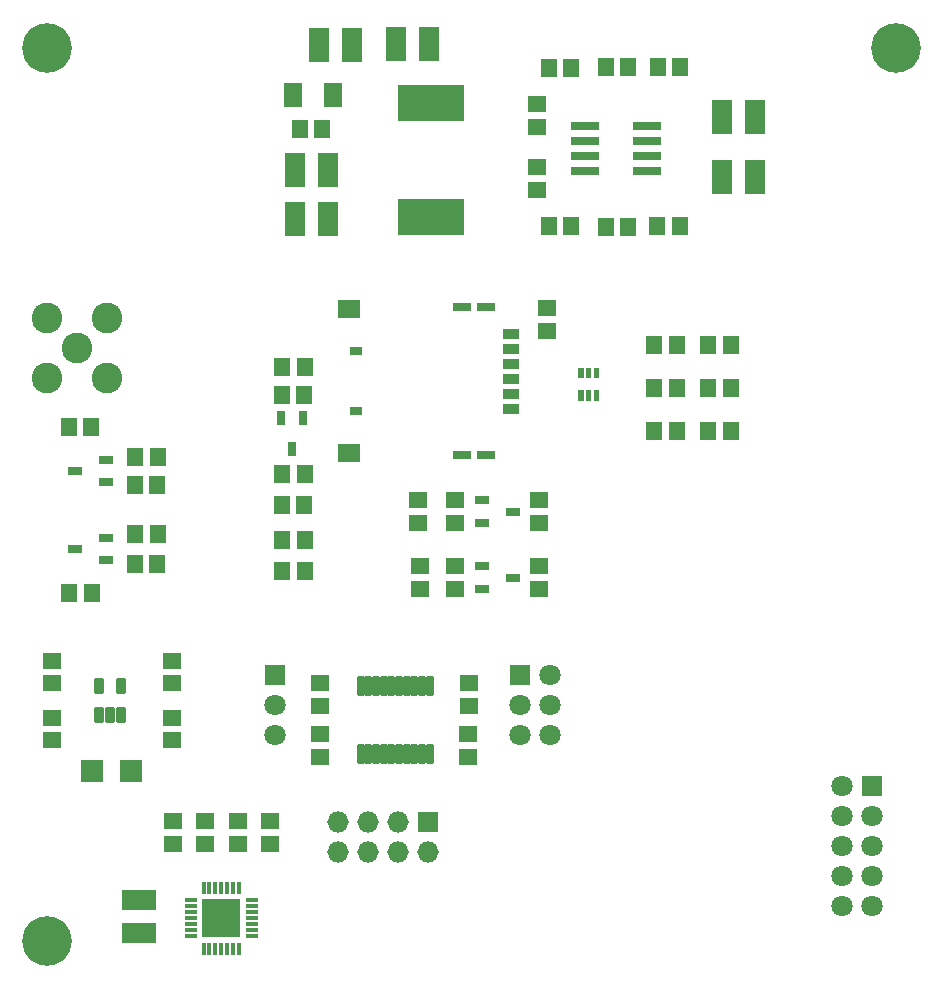
<source format=gbs>
G04 Layer_Color=16711935*
%FSTAX24Y24*%
%MOIN*%
G70*
G01*
G75*
%ADD33R,0.0138X0.0315*%
%ADD63R,0.0552X0.0631*%
%ADD69C,0.0710*%
%ADD70R,0.0710X0.0710*%
%ADD71C,0.1655*%
%ADD72C,0.1025*%
%ADD73O,0.0714X0.0710*%
%ADD74R,0.0714X0.0710*%
%ADD75R,0.0533X0.0336*%
%ADD76R,0.0592X0.0257*%
%ADD77R,0.0749X0.0631*%
%ADD78R,0.0395X0.0293*%
%ADD79R,0.0631X0.0552*%
%ADD80R,0.2206X0.1222*%
%ADD81R,0.0710X0.1143*%
%ADD82R,0.0946X0.0316*%
%ADD83R,0.0611X0.0789*%
%ADD84R,0.0474X0.0316*%
%ADD85R,0.0316X0.0474*%
G04:AMPARAMS|DCode=86|XSize=69.8mil|YSize=24.1mil|CornerRadius=6mil|HoleSize=0mil|Usage=FLASHONLY|Rotation=270.000|XOffset=0mil|YOffset=0mil|HoleType=Round|Shape=RoundedRectangle|*
%AMROUNDEDRECTD86*
21,1,0.0698,0.0121,0,0,270.0*
21,1,0.0578,0.0241,0,0,270.0*
1,1,0.0120,-0.0061,-0.0289*
1,1,0.0120,-0.0061,0.0289*
1,1,0.0120,0.0061,0.0289*
1,1,0.0120,0.0061,-0.0289*
%
%ADD86ROUNDEDRECTD86*%
G04:AMPARAMS|DCode=87|XSize=34.4mil|YSize=54.1mil|CornerRadius=5.6mil|HoleSize=0mil|Usage=FLASHONLY|Rotation=180.000|XOffset=0mil|YOffset=0mil|HoleType=Round|Shape=RoundedRectangle|*
%AMROUNDEDRECTD87*
21,1,0.0344,0.0429,0,0,180.0*
21,1,0.0232,0.0541,0,0,180.0*
1,1,0.0112,-0.0116,0.0214*
1,1,0.0112,0.0116,0.0214*
1,1,0.0112,0.0116,-0.0214*
1,1,0.0112,-0.0116,-0.0214*
%
%ADD87ROUNDEDRECTD87*%
%ADD88R,0.0749X0.0749*%
%ADD89R,0.1143X0.0710*%
%ADD90R,0.1300X0.1300*%
%ADD91R,0.0180X0.0434*%
%ADD92R,0.0434X0.0180*%
G36*
X030145Y033649D02*
X029967D01*
Y034003D01*
X030145D01*
Y033649D01*
D02*
G37*
G36*
X029889Y033649D02*
X029711D01*
Y034003D01*
X029889D01*
Y033649D01*
D02*
G37*
G36*
X029632Y033648D02*
X029456D01*
Y034003D01*
X029632D01*
Y033648D01*
D02*
G37*
G36*
X029889Y034397D02*
X029711D01*
Y034751D01*
X029889D01*
Y034397D01*
D02*
G37*
G36*
X029633Y034397D02*
X029456D01*
Y034751D01*
X029633D01*
Y034397D01*
D02*
G37*
G36*
X030145Y034397D02*
X029967D01*
Y034751D01*
X030145D01*
Y034397D01*
D02*
G37*
D33*
X030056Y034574D02*
D03*
X0298D02*
D03*
X029544D02*
D03*
Y033826D02*
D03*
X0298D02*
D03*
X030056D02*
D03*
D63*
X033778Y032631D02*
D03*
X034526D02*
D03*
X033778Y035511D02*
D03*
X034526D02*
D03*
X033778Y034071D02*
D03*
X034526D02*
D03*
X032726Y034064D02*
D03*
X031978D02*
D03*
X032726Y035504D02*
D03*
X031978D02*
D03*
X032726Y032624D02*
D03*
X031978D02*
D03*
X032843Y044774D02*
D03*
X032095D02*
D03*
X029221Y044749D02*
D03*
X028473D02*
D03*
X032838Y039461D02*
D03*
X03209D02*
D03*
X030374Y044776D02*
D03*
X031122D02*
D03*
X028474Y039476D02*
D03*
X029222D02*
D03*
X030374Y039426D02*
D03*
X031122D02*
D03*
X020922Y042699D02*
D03*
X020174D02*
D03*
X012474Y032776D02*
D03*
X013222D02*
D03*
X014674Y030826D02*
D03*
X015422D02*
D03*
X015426Y031781D02*
D03*
X014678D02*
D03*
X015426Y029198D02*
D03*
X014678D02*
D03*
X014674Y028193D02*
D03*
X015422D02*
D03*
X013226Y027224D02*
D03*
X012478D02*
D03*
X020326Y027987D02*
D03*
X019578D02*
D03*
X020326Y029011D02*
D03*
X019578D02*
D03*
X019574Y030176D02*
D03*
X020322D02*
D03*
X019574Y033826D02*
D03*
X020322D02*
D03*
X020326Y034774D02*
D03*
X019578D02*
D03*
X019577Y031201D02*
D03*
X020325D02*
D03*
D69*
X03825Y0208D02*
D03*
Y0198D02*
D03*
Y0188D02*
D03*
Y0178D02*
D03*
Y0168D02*
D03*
X03925D02*
D03*
Y0178D02*
D03*
Y0188D02*
D03*
Y0198D02*
D03*
X0275Y0225D02*
D03*
Y0235D02*
D03*
X0285Y0225D02*
D03*
Y0235D02*
D03*
Y0245D02*
D03*
X01935Y0235D02*
D03*
Y0225D02*
D03*
D70*
X03925Y0208D02*
D03*
X0275Y0245D02*
D03*
X01935D02*
D03*
D71*
X04005Y0454D02*
D03*
X01175Y01565D02*
D03*
Y0454D02*
D03*
D72*
X01275Y0354D02*
D03*
X01375Y0364D02*
D03*
Y0344D02*
D03*
X01175D02*
D03*
Y0364D02*
D03*
D73*
X02445Y0186D02*
D03*
X02345D02*
D03*
X02245D02*
D03*
X02145D02*
D03*
Y0196D02*
D03*
X02245D02*
D03*
X02345D02*
D03*
D74*
X02445D02*
D03*
D75*
X027222Y035385D02*
D03*
Y034385D02*
D03*
Y033385D02*
D03*
Y035885D02*
D03*
Y034885D02*
D03*
Y033885D02*
D03*
D76*
X026368Y036769D02*
D03*
X02558D02*
D03*
Y031832D02*
D03*
X026368D02*
D03*
D77*
X021817Y036704D02*
D03*
Y031896D02*
D03*
D78*
X022045Y0333D02*
D03*
Y0353D02*
D03*
D79*
X0284Y036722D02*
D03*
Y035974D02*
D03*
X028081Y041422D02*
D03*
Y040674D02*
D03*
X028076Y043526D02*
D03*
Y042778D02*
D03*
X028149Y029578D02*
D03*
Y030326D02*
D03*
X028151Y028127D02*
D03*
Y027379D02*
D03*
X025335Y029573D02*
D03*
Y030321D02*
D03*
X024162Y028129D02*
D03*
Y027381D02*
D03*
X025335Y027378D02*
D03*
Y028126D02*
D03*
X024112Y030325D02*
D03*
Y029577D02*
D03*
X020841Y023478D02*
D03*
Y024226D02*
D03*
Y021783D02*
D03*
Y022531D02*
D03*
X025764Y022532D02*
D03*
Y021784D02*
D03*
X025811Y023476D02*
D03*
Y024224D02*
D03*
X011899Y024228D02*
D03*
Y024976D02*
D03*
Y022328D02*
D03*
Y023076D02*
D03*
X015899Y024228D02*
D03*
Y024976D02*
D03*
X015901Y023072D02*
D03*
Y022324D02*
D03*
X015949Y018878D02*
D03*
Y019626D02*
D03*
X017022Y018878D02*
D03*
Y019626D02*
D03*
X018103Y019625D02*
D03*
Y018877D02*
D03*
X019176Y019625D02*
D03*
Y018877D02*
D03*
D80*
X02455Y039755D02*
D03*
Y043574D02*
D03*
D81*
X021901Y0455D02*
D03*
X020799D02*
D03*
X023367Y045542D02*
D03*
X024469D02*
D03*
X034249Y041088D02*
D03*
X035351D02*
D03*
X034249Y0431D02*
D03*
X035351D02*
D03*
X021101Y04135D02*
D03*
X019999D02*
D03*
X021101Y0397D02*
D03*
X019999D02*
D03*
D82*
X029676Y0413D02*
D03*
Y0418D02*
D03*
Y0428D02*
D03*
X031724Y0413D02*
D03*
Y0418D02*
D03*
Y0428D02*
D03*
X029676Y0423D02*
D03*
X031724D02*
D03*
D83*
X021259Y04385D02*
D03*
X019941D02*
D03*
D84*
X013712Y030926D02*
D03*
Y031674D02*
D03*
X012688Y0313D02*
D03*
X013712Y028326D02*
D03*
Y029074D02*
D03*
X012688Y0287D02*
D03*
X026238Y030324D02*
D03*
Y029576D02*
D03*
X027262Y02995D02*
D03*
X026238Y028124D02*
D03*
Y027376D02*
D03*
X027262Y02775D02*
D03*
D85*
X020274Y033062D02*
D03*
X019526D02*
D03*
X0199Y032038D02*
D03*
D86*
X022198Y02413D02*
D03*
X022454D02*
D03*
X02271D02*
D03*
X022966D02*
D03*
X023222D02*
D03*
X023478D02*
D03*
X023734D02*
D03*
X02399D02*
D03*
X024246D02*
D03*
X024502D02*
D03*
Y02187D02*
D03*
X024246D02*
D03*
X02399D02*
D03*
X023734D02*
D03*
X023478D02*
D03*
X023222D02*
D03*
X022966D02*
D03*
X02271D02*
D03*
X022454D02*
D03*
X022198D02*
D03*
D87*
X01422Y02317D02*
D03*
X01385D02*
D03*
X01348D02*
D03*
Y02413D02*
D03*
X01422D02*
D03*
D88*
X01325Y0213D02*
D03*
X01455D02*
D03*
D89*
X0148Y017001D02*
D03*
Y015899D02*
D03*
D90*
X01755Y0164D02*
D03*
D91*
X016959Y01538D02*
D03*
X017156D02*
D03*
X017353D02*
D03*
X01755D02*
D03*
X017747D02*
D03*
X017944D02*
D03*
X018141D02*
D03*
Y01742D02*
D03*
X017944D02*
D03*
X017747D02*
D03*
X01755D02*
D03*
X017353D02*
D03*
X017156D02*
D03*
X016959D02*
D03*
D92*
X01857Y015809D02*
D03*
Y016006D02*
D03*
Y016203D02*
D03*
Y0164D02*
D03*
Y016597D02*
D03*
Y016794D02*
D03*
Y016991D02*
D03*
X01653D02*
D03*
Y016794D02*
D03*
Y016597D02*
D03*
Y0164D02*
D03*
Y016203D02*
D03*
Y016006D02*
D03*
Y015809D02*
D03*
M02*

</source>
